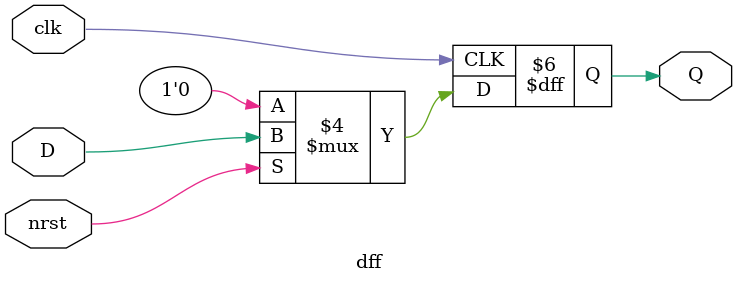
<source format=v>
`timescale 1ns / 1ps


module dff(
	clk,
	nrst,
	D,
	Q
    );

	input clk;
	input nrst;
	input D;
	output Q;
	
	reg Q;
	
	always@(posedge clk) begin
		if (!nrst) 
			Q <= 0;
		else
			Q <= D;
	end
	
endmodule
</source>
